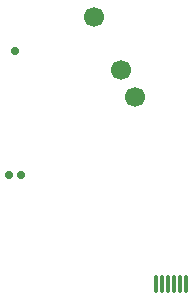
<source format=gbr>
%TF.GenerationSoftware,KiCad,Pcbnew,7.0.10*%
%TF.CreationDate,2024-08-10T06:33:11-07:00*%
%TF.ProjectId,carvera wireless charger circuit,63617276-6572-4612-9077-6972656c6573,rev?*%
%TF.SameCoordinates,Original*%
%TF.FileFunction,Soldermask,Bot*%
%TF.FilePolarity,Negative*%
%FSLAX46Y46*%
G04 Gerber Fmt 4.6, Leading zero omitted, Abs format (unit mm)*
G04 Created by KiCad (PCBNEW 7.0.10) date 2024-08-10 06:33:11*
%MOMM*%
%LPD*%
G01*
G04 APERTURE LIST*
G04 Aperture macros list*
%AMRoundRect*
0 Rectangle with rounded corners*
0 $1 Rounding radius*
0 $2 $3 $4 $5 $6 $7 $8 $9 X,Y pos of 4 corners*
0 Add a 4 corners polygon primitive as box body*
4,1,4,$2,$3,$4,$5,$6,$7,$8,$9,$2,$3,0*
0 Add four circle primitives for the rounded corners*
1,1,$1+$1,$2,$3*
1,1,$1+$1,$4,$5*
1,1,$1+$1,$6,$7*
1,1,$1+$1,$8,$9*
0 Add four rect primitives between the rounded corners*
20,1,$1+$1,$2,$3,$4,$5,0*
20,1,$1+$1,$4,$5,$6,$7,0*
20,1,$1+$1,$6,$7,$8,$9,0*
20,1,$1+$1,$8,$9,$2,$3,0*%
G04 Aperture macros list end*
%ADD10C,1.700000*%
%ADD11C,0.700000*%
%ADD12RoundRect,0.075000X0.075000X0.675000X-0.075000X0.675000X-0.075000X-0.675000X0.075000X-0.675000X0*%
G04 APERTURE END LIST*
D10*
%TO.C,J4*%
X6680056Y6221248D03*
%TD*%
%TO.C,J3*%
X10198580Y-537774D03*
%TD*%
%TO.C,J2*%
X9025739Y1715233D03*
%TD*%
D11*
%TO.C,L2*%
X500000Y-7180000D03*
X-500000Y-7180000D03*
X0Y3368000D03*
%TD*%
D12*
%TO.C,J1*%
X12007000Y-16390400D03*
X12507000Y-16390400D03*
X13007000Y-16390400D03*
X13511000Y-16390400D03*
X14007000Y-16390400D03*
X14507000Y-16390400D03*
%TD*%
M02*

</source>
